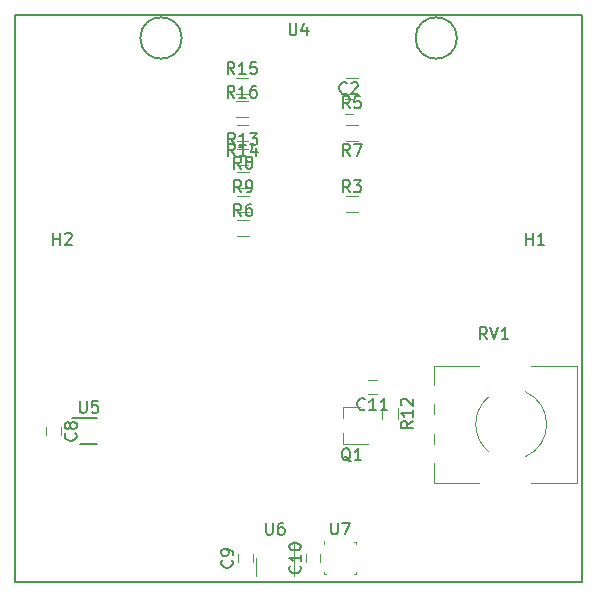
<source format=gbr>
G04 #@! TF.GenerationSoftware,KiCad,Pcbnew,6.0.0-rc1-unknown-59b0f55~66~ubuntu18.04.1*
G04 #@! TF.CreationDate,2018-12-02T19:59:02+01:00
G04 #@! TF.ProjectId,RoomUnit,526f6f6d-556e-4697-942e-6b696361645f,rev?*
G04 #@! TF.SameCoordinates,Original*
G04 #@! TF.FileFunction,Legend,Top*
G04 #@! TF.FilePolarity,Positive*
%FSLAX46Y46*%
G04 Gerber Fmt 4.6, Leading zero omitted, Abs format (unit mm)*
G04 Created by KiCad (PCBNEW 6.0.0-rc1-unknown-59b0f55~66~ubuntu18.04.1) date So 02 Dez 2018 19:59:02 CET*
%MOMM*%
%LPD*%
G01*
G04 APERTURE LIST*
%ADD10C,0.150000*%
%ADD11C,0.120000*%
%ADD12C,0.100000*%
G04 APERTURE END LIST*
D10*
X174000000Y-76000000D02*
X174000000Y-124000000D01*
X126000000Y-124000000D02*
X126000000Y-76000000D01*
X174000000Y-124000000D02*
X126000000Y-124000000D01*
X126000000Y-76000000D02*
X174000000Y-76000000D01*
D11*
G04 #@! TO.C,R16*
X145700000Y-84680000D02*
X144700000Y-84680000D01*
X144700000Y-83320000D02*
X145700000Y-83320000D01*
G04 #@! TO.C,R15*
X145700000Y-82680000D02*
X144700000Y-82680000D01*
X144700000Y-81320000D02*
X145700000Y-81320000D01*
G04 #@! TO.C,R14*
X144750000Y-85320000D02*
X145750000Y-85320000D01*
X145750000Y-86680000D02*
X144750000Y-86680000D01*
G04 #@! TO.C,R13*
X145750000Y-88680000D02*
X144750000Y-88680000D01*
X144750000Y-87320000D02*
X145750000Y-87320000D01*
G04 #@! TO.C,C11*
X155900000Y-106900000D02*
X156600000Y-106900000D01*
X156600000Y-108100000D02*
X155900000Y-108100000D01*
D10*
G04 #@! TO.C,U4*
X163400000Y-77950000D02*
G75*
G03X163400000Y-77950000I-1750000J0D01*
G01*
X140100000Y-77950000D02*
G75*
G03X140100000Y-77950000I-1750000J0D01*
G01*
D12*
G04 #@! TO.C,U7*
X152150000Y-123360000D02*
X152300000Y-123360000D01*
X152150000Y-123350000D02*
X152150000Y-123200000D01*
X154850000Y-123350000D02*
X154850000Y-123200000D01*
X154850000Y-123350000D02*
X154700000Y-123350000D01*
X154700000Y-120650000D02*
X154850000Y-120650000D01*
X154850000Y-120650000D02*
X154850000Y-120800000D01*
X152150000Y-120800000D02*
X152150000Y-120550000D01*
D11*
G04 #@! TO.C,U6*
X149610000Y-120500000D02*
X149610000Y-123500000D01*
X146390000Y-122000000D02*
X146390000Y-123500000D01*
D10*
G04 #@! TO.C,U5*
X131525000Y-112350000D02*
X132975000Y-112350000D01*
X130800000Y-110150000D02*
X132975000Y-110150000D01*
D11*
G04 #@! TO.C,RV1*
X169171982Y-107887568D02*
G75*
G02X169173000Y-113412000I-1171982J-2762432D01*
G01*
X166071705Y-112947753D02*
G75*
G02X166072000Y-108352000I1928295J2297753D01*
G01*
X161440000Y-105689000D02*
X165306000Y-105689000D01*
X169695000Y-105689000D02*
X173560000Y-105689000D01*
X161440000Y-115610000D02*
X165306000Y-115610000D01*
X169695000Y-115610000D02*
X173560000Y-115610000D01*
X161440000Y-105689000D02*
X161440000Y-107325000D01*
X161440000Y-108975000D02*
X161440000Y-109825000D01*
X161440000Y-111475000D02*
X161440000Y-112325000D01*
X161440000Y-113975000D02*
X161440000Y-115610000D01*
X173560000Y-105689000D02*
X173560000Y-115610000D01*
G04 #@! TO.C,R12*
X157070000Y-110250000D02*
X157070000Y-109250000D01*
X158430000Y-109250000D02*
X158430000Y-110250000D01*
G04 #@! TO.C,R9*
X145800000Y-92680000D02*
X144800000Y-92680000D01*
X144800000Y-91320000D02*
X145800000Y-91320000D01*
G04 #@! TO.C,R8*
X145800000Y-90680000D02*
X144800000Y-90680000D01*
X144800000Y-89320000D02*
X145800000Y-89320000D01*
G04 #@! TO.C,R7*
X154000000Y-85320000D02*
X155000000Y-85320000D01*
X155000000Y-86680000D02*
X154000000Y-86680000D01*
G04 #@! TO.C,R6*
X145800000Y-94680000D02*
X144800000Y-94680000D01*
X144800000Y-93320000D02*
X145800000Y-93320000D01*
G04 #@! TO.C,R5*
X154000000Y-81320000D02*
X155000000Y-81320000D01*
X155000000Y-82680000D02*
X154000000Y-82680000D01*
G04 #@! TO.C,R3*
X155000000Y-92680000D02*
X154000000Y-92680000D01*
X154000000Y-91320000D02*
X155000000Y-91320000D01*
G04 #@! TO.C,Q1*
X153740000Y-109170000D02*
X153740000Y-110100000D01*
X153740000Y-112330000D02*
X153740000Y-111400000D01*
X153740000Y-112330000D02*
X155900000Y-112330000D01*
X153740000Y-109170000D02*
X155200000Y-109170000D01*
G04 #@! TO.C,C10*
X151850000Y-121650000D02*
X151850000Y-122350000D01*
X150650000Y-122350000D02*
X150650000Y-121650000D01*
G04 #@! TO.C,C9*
X146100000Y-121650000D02*
X146100000Y-122350000D01*
X144900000Y-122350000D02*
X144900000Y-121650000D01*
G04 #@! TO.C,C8*
X128650000Y-111600000D02*
X128650000Y-110900000D01*
X129850000Y-110900000D02*
X129850000Y-111600000D01*
G04 #@! TO.C,C2*
X154600000Y-84350000D02*
X153900000Y-84350000D01*
X153900000Y-83150000D02*
X154600000Y-83150000D01*
G04 #@! TO.C,R16*
D10*
X144557142Y-83002380D02*
X144223809Y-82526190D01*
X143985714Y-83002380D02*
X143985714Y-82002380D01*
X144366666Y-82002380D01*
X144461904Y-82050000D01*
X144509523Y-82097619D01*
X144557142Y-82192857D01*
X144557142Y-82335714D01*
X144509523Y-82430952D01*
X144461904Y-82478571D01*
X144366666Y-82526190D01*
X143985714Y-82526190D01*
X145509523Y-83002380D02*
X144938095Y-83002380D01*
X145223809Y-83002380D02*
X145223809Y-82002380D01*
X145128571Y-82145238D01*
X145033333Y-82240476D01*
X144938095Y-82288095D01*
X146366666Y-82002380D02*
X146176190Y-82002380D01*
X146080952Y-82050000D01*
X146033333Y-82097619D01*
X145938095Y-82240476D01*
X145890476Y-82430952D01*
X145890476Y-82811904D01*
X145938095Y-82907142D01*
X145985714Y-82954761D01*
X146080952Y-83002380D01*
X146271428Y-83002380D01*
X146366666Y-82954761D01*
X146414285Y-82907142D01*
X146461904Y-82811904D01*
X146461904Y-82573809D01*
X146414285Y-82478571D01*
X146366666Y-82430952D01*
X146271428Y-82383333D01*
X146080952Y-82383333D01*
X145985714Y-82430952D01*
X145938095Y-82478571D01*
X145890476Y-82573809D01*
G04 #@! TO.C,R15*
X144557142Y-81002380D02*
X144223809Y-80526190D01*
X143985714Y-81002380D02*
X143985714Y-80002380D01*
X144366666Y-80002380D01*
X144461904Y-80050000D01*
X144509523Y-80097619D01*
X144557142Y-80192857D01*
X144557142Y-80335714D01*
X144509523Y-80430952D01*
X144461904Y-80478571D01*
X144366666Y-80526190D01*
X143985714Y-80526190D01*
X145509523Y-81002380D02*
X144938095Y-81002380D01*
X145223809Y-81002380D02*
X145223809Y-80002380D01*
X145128571Y-80145238D01*
X145033333Y-80240476D01*
X144938095Y-80288095D01*
X146414285Y-80002380D02*
X145938095Y-80002380D01*
X145890476Y-80478571D01*
X145938095Y-80430952D01*
X146033333Y-80383333D01*
X146271428Y-80383333D01*
X146366666Y-80430952D01*
X146414285Y-80478571D01*
X146461904Y-80573809D01*
X146461904Y-80811904D01*
X146414285Y-80907142D01*
X146366666Y-80954761D01*
X146271428Y-81002380D01*
X146033333Y-81002380D01*
X145938095Y-80954761D01*
X145890476Y-80907142D01*
G04 #@! TO.C,H1*
X169238095Y-95452380D02*
X169238095Y-94452380D01*
X169238095Y-94928571D02*
X169809523Y-94928571D01*
X169809523Y-95452380D02*
X169809523Y-94452380D01*
X170809523Y-95452380D02*
X170238095Y-95452380D01*
X170523809Y-95452380D02*
X170523809Y-94452380D01*
X170428571Y-94595238D01*
X170333333Y-94690476D01*
X170238095Y-94738095D01*
G04 #@! TO.C,H2*
X129238095Y-95452380D02*
X129238095Y-94452380D01*
X129238095Y-94928571D02*
X129809523Y-94928571D01*
X129809523Y-95452380D02*
X129809523Y-94452380D01*
X130238095Y-94547619D02*
X130285714Y-94500000D01*
X130380952Y-94452380D01*
X130619047Y-94452380D01*
X130714285Y-94500000D01*
X130761904Y-94547619D01*
X130809523Y-94642857D01*
X130809523Y-94738095D01*
X130761904Y-94880952D01*
X130190476Y-95452380D01*
X130809523Y-95452380D01*
G04 #@! TO.C,R14*
X144607142Y-87902380D02*
X144273809Y-87426190D01*
X144035714Y-87902380D02*
X144035714Y-86902380D01*
X144416666Y-86902380D01*
X144511904Y-86950000D01*
X144559523Y-86997619D01*
X144607142Y-87092857D01*
X144607142Y-87235714D01*
X144559523Y-87330952D01*
X144511904Y-87378571D01*
X144416666Y-87426190D01*
X144035714Y-87426190D01*
X145559523Y-87902380D02*
X144988095Y-87902380D01*
X145273809Y-87902380D02*
X145273809Y-86902380D01*
X145178571Y-87045238D01*
X145083333Y-87140476D01*
X144988095Y-87188095D01*
X146416666Y-87235714D02*
X146416666Y-87902380D01*
X146178571Y-86854761D02*
X145940476Y-87569047D01*
X146559523Y-87569047D01*
G04 #@! TO.C,R13*
X144607142Y-87002380D02*
X144273809Y-86526190D01*
X144035714Y-87002380D02*
X144035714Y-86002380D01*
X144416666Y-86002380D01*
X144511904Y-86050000D01*
X144559523Y-86097619D01*
X144607142Y-86192857D01*
X144607142Y-86335714D01*
X144559523Y-86430952D01*
X144511904Y-86478571D01*
X144416666Y-86526190D01*
X144035714Y-86526190D01*
X145559523Y-87002380D02*
X144988095Y-87002380D01*
X145273809Y-87002380D02*
X145273809Y-86002380D01*
X145178571Y-86145238D01*
X145083333Y-86240476D01*
X144988095Y-86288095D01*
X145892857Y-86002380D02*
X146511904Y-86002380D01*
X146178571Y-86383333D01*
X146321428Y-86383333D01*
X146416666Y-86430952D01*
X146464285Y-86478571D01*
X146511904Y-86573809D01*
X146511904Y-86811904D01*
X146464285Y-86907142D01*
X146416666Y-86954761D01*
X146321428Y-87002380D01*
X146035714Y-87002380D01*
X145940476Y-86954761D01*
X145892857Y-86907142D01*
G04 #@! TO.C,C11*
X155607142Y-109357142D02*
X155559523Y-109404761D01*
X155416666Y-109452380D01*
X155321428Y-109452380D01*
X155178571Y-109404761D01*
X155083333Y-109309523D01*
X155035714Y-109214285D01*
X154988095Y-109023809D01*
X154988095Y-108880952D01*
X155035714Y-108690476D01*
X155083333Y-108595238D01*
X155178571Y-108500000D01*
X155321428Y-108452380D01*
X155416666Y-108452380D01*
X155559523Y-108500000D01*
X155607142Y-108547619D01*
X156559523Y-109452380D02*
X155988095Y-109452380D01*
X156273809Y-109452380D02*
X156273809Y-108452380D01*
X156178571Y-108595238D01*
X156083333Y-108690476D01*
X155988095Y-108738095D01*
X157511904Y-109452380D02*
X156940476Y-109452380D01*
X157226190Y-109452380D02*
X157226190Y-108452380D01*
X157130952Y-108595238D01*
X157035714Y-108690476D01*
X156940476Y-108738095D01*
G04 #@! TO.C,U4*
X149238095Y-76702380D02*
X149238095Y-77511904D01*
X149285714Y-77607142D01*
X149333333Y-77654761D01*
X149428571Y-77702380D01*
X149619047Y-77702380D01*
X149714285Y-77654761D01*
X149761904Y-77607142D01*
X149809523Y-77511904D01*
X149809523Y-76702380D01*
X150714285Y-77035714D02*
X150714285Y-77702380D01*
X150476190Y-76654761D02*
X150238095Y-77369047D01*
X150857142Y-77369047D01*
G04 #@! TO.C,U7*
X152753095Y-118987380D02*
X152753095Y-119796904D01*
X152800714Y-119892142D01*
X152848333Y-119939761D01*
X152943571Y-119987380D01*
X153134047Y-119987380D01*
X153229285Y-119939761D01*
X153276904Y-119892142D01*
X153324523Y-119796904D01*
X153324523Y-118987380D01*
X153705476Y-118987380D02*
X154372142Y-118987380D01*
X153943571Y-119987380D01*
G04 #@! TO.C,U6*
X147238095Y-119002380D02*
X147238095Y-119811904D01*
X147285714Y-119907142D01*
X147333333Y-119954761D01*
X147428571Y-120002380D01*
X147619047Y-120002380D01*
X147714285Y-119954761D01*
X147761904Y-119907142D01*
X147809523Y-119811904D01*
X147809523Y-119002380D01*
X148714285Y-119002380D02*
X148523809Y-119002380D01*
X148428571Y-119050000D01*
X148380952Y-119097619D01*
X148285714Y-119240476D01*
X148238095Y-119430952D01*
X148238095Y-119811904D01*
X148285714Y-119907142D01*
X148333333Y-119954761D01*
X148428571Y-120002380D01*
X148619047Y-120002380D01*
X148714285Y-119954761D01*
X148761904Y-119907142D01*
X148809523Y-119811904D01*
X148809523Y-119573809D01*
X148761904Y-119478571D01*
X148714285Y-119430952D01*
X148619047Y-119383333D01*
X148428571Y-119383333D01*
X148333333Y-119430952D01*
X148285714Y-119478571D01*
X148238095Y-119573809D01*
G04 #@! TO.C,U5*
X131488095Y-108677380D02*
X131488095Y-109486904D01*
X131535714Y-109582142D01*
X131583333Y-109629761D01*
X131678571Y-109677380D01*
X131869047Y-109677380D01*
X131964285Y-109629761D01*
X132011904Y-109582142D01*
X132059523Y-109486904D01*
X132059523Y-108677380D01*
X133011904Y-108677380D02*
X132535714Y-108677380D01*
X132488095Y-109153571D01*
X132535714Y-109105952D01*
X132630952Y-109058333D01*
X132869047Y-109058333D01*
X132964285Y-109105952D01*
X133011904Y-109153571D01*
X133059523Y-109248809D01*
X133059523Y-109486904D01*
X133011904Y-109582142D01*
X132964285Y-109629761D01*
X132869047Y-109677380D01*
X132630952Y-109677380D01*
X132535714Y-109629761D01*
X132488095Y-109582142D01*
G04 #@! TO.C,RV1*
X165954761Y-103452380D02*
X165621428Y-102976190D01*
X165383333Y-103452380D02*
X165383333Y-102452380D01*
X165764285Y-102452380D01*
X165859523Y-102500000D01*
X165907142Y-102547619D01*
X165954761Y-102642857D01*
X165954761Y-102785714D01*
X165907142Y-102880952D01*
X165859523Y-102928571D01*
X165764285Y-102976190D01*
X165383333Y-102976190D01*
X166240476Y-102452380D02*
X166573809Y-103452380D01*
X166907142Y-102452380D01*
X167764285Y-103452380D02*
X167192857Y-103452380D01*
X167478571Y-103452380D02*
X167478571Y-102452380D01*
X167383333Y-102595238D01*
X167288095Y-102690476D01*
X167192857Y-102738095D01*
G04 #@! TO.C,R12*
X159652380Y-110392857D02*
X159176190Y-110726190D01*
X159652380Y-110964285D02*
X158652380Y-110964285D01*
X158652380Y-110583333D01*
X158700000Y-110488095D01*
X158747619Y-110440476D01*
X158842857Y-110392857D01*
X158985714Y-110392857D01*
X159080952Y-110440476D01*
X159128571Y-110488095D01*
X159176190Y-110583333D01*
X159176190Y-110964285D01*
X159652380Y-109440476D02*
X159652380Y-110011904D01*
X159652380Y-109726190D02*
X158652380Y-109726190D01*
X158795238Y-109821428D01*
X158890476Y-109916666D01*
X158938095Y-110011904D01*
X158747619Y-109059523D02*
X158700000Y-109011904D01*
X158652380Y-108916666D01*
X158652380Y-108678571D01*
X158700000Y-108583333D01*
X158747619Y-108535714D01*
X158842857Y-108488095D01*
X158938095Y-108488095D01*
X159080952Y-108535714D01*
X159652380Y-109107142D01*
X159652380Y-108488095D01*
G04 #@! TO.C,R9*
X145133333Y-91002380D02*
X144800000Y-90526190D01*
X144561904Y-91002380D02*
X144561904Y-90002380D01*
X144942857Y-90002380D01*
X145038095Y-90050000D01*
X145085714Y-90097619D01*
X145133333Y-90192857D01*
X145133333Y-90335714D01*
X145085714Y-90430952D01*
X145038095Y-90478571D01*
X144942857Y-90526190D01*
X144561904Y-90526190D01*
X145609523Y-91002380D02*
X145800000Y-91002380D01*
X145895238Y-90954761D01*
X145942857Y-90907142D01*
X146038095Y-90764285D01*
X146085714Y-90573809D01*
X146085714Y-90192857D01*
X146038095Y-90097619D01*
X145990476Y-90050000D01*
X145895238Y-90002380D01*
X145704761Y-90002380D01*
X145609523Y-90050000D01*
X145561904Y-90097619D01*
X145514285Y-90192857D01*
X145514285Y-90430952D01*
X145561904Y-90526190D01*
X145609523Y-90573809D01*
X145704761Y-90621428D01*
X145895238Y-90621428D01*
X145990476Y-90573809D01*
X146038095Y-90526190D01*
X146085714Y-90430952D01*
G04 #@! TO.C,R8*
X145133333Y-89002380D02*
X144800000Y-88526190D01*
X144561904Y-89002380D02*
X144561904Y-88002380D01*
X144942857Y-88002380D01*
X145038095Y-88050000D01*
X145085714Y-88097619D01*
X145133333Y-88192857D01*
X145133333Y-88335714D01*
X145085714Y-88430952D01*
X145038095Y-88478571D01*
X144942857Y-88526190D01*
X144561904Y-88526190D01*
X145704761Y-88430952D02*
X145609523Y-88383333D01*
X145561904Y-88335714D01*
X145514285Y-88240476D01*
X145514285Y-88192857D01*
X145561904Y-88097619D01*
X145609523Y-88050000D01*
X145704761Y-88002380D01*
X145895238Y-88002380D01*
X145990476Y-88050000D01*
X146038095Y-88097619D01*
X146085714Y-88192857D01*
X146085714Y-88240476D01*
X146038095Y-88335714D01*
X145990476Y-88383333D01*
X145895238Y-88430952D01*
X145704761Y-88430952D01*
X145609523Y-88478571D01*
X145561904Y-88526190D01*
X145514285Y-88621428D01*
X145514285Y-88811904D01*
X145561904Y-88907142D01*
X145609523Y-88954761D01*
X145704761Y-89002380D01*
X145895238Y-89002380D01*
X145990476Y-88954761D01*
X146038095Y-88907142D01*
X146085714Y-88811904D01*
X146085714Y-88621428D01*
X146038095Y-88526190D01*
X145990476Y-88478571D01*
X145895238Y-88430952D01*
G04 #@! TO.C,R7*
X154333333Y-87902380D02*
X154000000Y-87426190D01*
X153761904Y-87902380D02*
X153761904Y-86902380D01*
X154142857Y-86902380D01*
X154238095Y-86950000D01*
X154285714Y-86997619D01*
X154333333Y-87092857D01*
X154333333Y-87235714D01*
X154285714Y-87330952D01*
X154238095Y-87378571D01*
X154142857Y-87426190D01*
X153761904Y-87426190D01*
X154666666Y-86902380D02*
X155333333Y-86902380D01*
X154904761Y-87902380D01*
G04 #@! TO.C,R6*
X145133333Y-93002380D02*
X144800000Y-92526190D01*
X144561904Y-93002380D02*
X144561904Y-92002380D01*
X144942857Y-92002380D01*
X145038095Y-92050000D01*
X145085714Y-92097619D01*
X145133333Y-92192857D01*
X145133333Y-92335714D01*
X145085714Y-92430952D01*
X145038095Y-92478571D01*
X144942857Y-92526190D01*
X144561904Y-92526190D01*
X145990476Y-92002380D02*
X145800000Y-92002380D01*
X145704761Y-92050000D01*
X145657142Y-92097619D01*
X145561904Y-92240476D01*
X145514285Y-92430952D01*
X145514285Y-92811904D01*
X145561904Y-92907142D01*
X145609523Y-92954761D01*
X145704761Y-93002380D01*
X145895238Y-93002380D01*
X145990476Y-92954761D01*
X146038095Y-92907142D01*
X146085714Y-92811904D01*
X146085714Y-92573809D01*
X146038095Y-92478571D01*
X145990476Y-92430952D01*
X145895238Y-92383333D01*
X145704761Y-92383333D01*
X145609523Y-92430952D01*
X145561904Y-92478571D01*
X145514285Y-92573809D01*
G04 #@! TO.C,R5*
X154333333Y-83902380D02*
X154000000Y-83426190D01*
X153761904Y-83902380D02*
X153761904Y-82902380D01*
X154142857Y-82902380D01*
X154238095Y-82950000D01*
X154285714Y-82997619D01*
X154333333Y-83092857D01*
X154333333Y-83235714D01*
X154285714Y-83330952D01*
X154238095Y-83378571D01*
X154142857Y-83426190D01*
X153761904Y-83426190D01*
X155238095Y-82902380D02*
X154761904Y-82902380D01*
X154714285Y-83378571D01*
X154761904Y-83330952D01*
X154857142Y-83283333D01*
X155095238Y-83283333D01*
X155190476Y-83330952D01*
X155238095Y-83378571D01*
X155285714Y-83473809D01*
X155285714Y-83711904D01*
X155238095Y-83807142D01*
X155190476Y-83854761D01*
X155095238Y-83902380D01*
X154857142Y-83902380D01*
X154761904Y-83854761D01*
X154714285Y-83807142D01*
G04 #@! TO.C,R3*
X154333333Y-91002380D02*
X154000000Y-90526190D01*
X153761904Y-91002380D02*
X153761904Y-90002380D01*
X154142857Y-90002380D01*
X154238095Y-90050000D01*
X154285714Y-90097619D01*
X154333333Y-90192857D01*
X154333333Y-90335714D01*
X154285714Y-90430952D01*
X154238095Y-90478571D01*
X154142857Y-90526190D01*
X153761904Y-90526190D01*
X154666666Y-90002380D02*
X155285714Y-90002380D01*
X154952380Y-90383333D01*
X155095238Y-90383333D01*
X155190476Y-90430952D01*
X155238095Y-90478571D01*
X155285714Y-90573809D01*
X155285714Y-90811904D01*
X155238095Y-90907142D01*
X155190476Y-90954761D01*
X155095238Y-91002380D01*
X154809523Y-91002380D01*
X154714285Y-90954761D01*
X154666666Y-90907142D01*
G04 #@! TO.C,Q1*
X154404761Y-113797619D02*
X154309523Y-113750000D01*
X154214285Y-113654761D01*
X154071428Y-113511904D01*
X153976190Y-113464285D01*
X153880952Y-113464285D01*
X153928571Y-113702380D02*
X153833333Y-113654761D01*
X153738095Y-113559523D01*
X153690476Y-113369047D01*
X153690476Y-113035714D01*
X153738095Y-112845238D01*
X153833333Y-112750000D01*
X153928571Y-112702380D01*
X154119047Y-112702380D01*
X154214285Y-112750000D01*
X154309523Y-112845238D01*
X154357142Y-113035714D01*
X154357142Y-113369047D01*
X154309523Y-113559523D01*
X154214285Y-113654761D01*
X154119047Y-113702380D01*
X153928571Y-113702380D01*
X155309523Y-113702380D02*
X154738095Y-113702380D01*
X155023809Y-113702380D02*
X155023809Y-112702380D01*
X154928571Y-112845238D01*
X154833333Y-112940476D01*
X154738095Y-112988095D01*
G04 #@! TO.C,C10*
X150107142Y-122642857D02*
X150154761Y-122690476D01*
X150202380Y-122833333D01*
X150202380Y-122928571D01*
X150154761Y-123071428D01*
X150059523Y-123166666D01*
X149964285Y-123214285D01*
X149773809Y-123261904D01*
X149630952Y-123261904D01*
X149440476Y-123214285D01*
X149345238Y-123166666D01*
X149250000Y-123071428D01*
X149202380Y-122928571D01*
X149202380Y-122833333D01*
X149250000Y-122690476D01*
X149297619Y-122642857D01*
X150202380Y-121690476D02*
X150202380Y-122261904D01*
X150202380Y-121976190D02*
X149202380Y-121976190D01*
X149345238Y-122071428D01*
X149440476Y-122166666D01*
X149488095Y-122261904D01*
X149202380Y-121071428D02*
X149202380Y-120976190D01*
X149250000Y-120880952D01*
X149297619Y-120833333D01*
X149392857Y-120785714D01*
X149583333Y-120738095D01*
X149821428Y-120738095D01*
X150011904Y-120785714D01*
X150107142Y-120833333D01*
X150154761Y-120880952D01*
X150202380Y-120976190D01*
X150202380Y-121071428D01*
X150154761Y-121166666D01*
X150107142Y-121214285D01*
X150011904Y-121261904D01*
X149821428Y-121309523D01*
X149583333Y-121309523D01*
X149392857Y-121261904D01*
X149297619Y-121214285D01*
X149250000Y-121166666D01*
X149202380Y-121071428D01*
G04 #@! TO.C,C9*
X144357142Y-122166666D02*
X144404761Y-122214285D01*
X144452380Y-122357142D01*
X144452380Y-122452380D01*
X144404761Y-122595238D01*
X144309523Y-122690476D01*
X144214285Y-122738095D01*
X144023809Y-122785714D01*
X143880952Y-122785714D01*
X143690476Y-122738095D01*
X143595238Y-122690476D01*
X143500000Y-122595238D01*
X143452380Y-122452380D01*
X143452380Y-122357142D01*
X143500000Y-122214285D01*
X143547619Y-122166666D01*
X144452380Y-121690476D02*
X144452380Y-121500000D01*
X144404761Y-121404761D01*
X144357142Y-121357142D01*
X144214285Y-121261904D01*
X144023809Y-121214285D01*
X143642857Y-121214285D01*
X143547619Y-121261904D01*
X143500000Y-121309523D01*
X143452380Y-121404761D01*
X143452380Y-121595238D01*
X143500000Y-121690476D01*
X143547619Y-121738095D01*
X143642857Y-121785714D01*
X143880952Y-121785714D01*
X143976190Y-121738095D01*
X144023809Y-121690476D01*
X144071428Y-121595238D01*
X144071428Y-121404761D01*
X144023809Y-121309523D01*
X143976190Y-121261904D01*
X143880952Y-121214285D01*
G04 #@! TO.C,C8*
X131107142Y-111416666D02*
X131154761Y-111464285D01*
X131202380Y-111607142D01*
X131202380Y-111702380D01*
X131154761Y-111845238D01*
X131059523Y-111940476D01*
X130964285Y-111988095D01*
X130773809Y-112035714D01*
X130630952Y-112035714D01*
X130440476Y-111988095D01*
X130345238Y-111940476D01*
X130250000Y-111845238D01*
X130202380Y-111702380D01*
X130202380Y-111607142D01*
X130250000Y-111464285D01*
X130297619Y-111416666D01*
X130630952Y-110845238D02*
X130583333Y-110940476D01*
X130535714Y-110988095D01*
X130440476Y-111035714D01*
X130392857Y-111035714D01*
X130297619Y-110988095D01*
X130250000Y-110940476D01*
X130202380Y-110845238D01*
X130202380Y-110654761D01*
X130250000Y-110559523D01*
X130297619Y-110511904D01*
X130392857Y-110464285D01*
X130440476Y-110464285D01*
X130535714Y-110511904D01*
X130583333Y-110559523D01*
X130630952Y-110654761D01*
X130630952Y-110845238D01*
X130678571Y-110940476D01*
X130726190Y-110988095D01*
X130821428Y-111035714D01*
X131011904Y-111035714D01*
X131107142Y-110988095D01*
X131154761Y-110940476D01*
X131202380Y-110845238D01*
X131202380Y-110654761D01*
X131154761Y-110559523D01*
X131107142Y-110511904D01*
X131011904Y-110464285D01*
X130821428Y-110464285D01*
X130726190Y-110511904D01*
X130678571Y-110559523D01*
X130630952Y-110654761D01*
G04 #@! TO.C,C2*
X154083333Y-82607142D02*
X154035714Y-82654761D01*
X153892857Y-82702380D01*
X153797619Y-82702380D01*
X153654761Y-82654761D01*
X153559523Y-82559523D01*
X153511904Y-82464285D01*
X153464285Y-82273809D01*
X153464285Y-82130952D01*
X153511904Y-81940476D01*
X153559523Y-81845238D01*
X153654761Y-81750000D01*
X153797619Y-81702380D01*
X153892857Y-81702380D01*
X154035714Y-81750000D01*
X154083333Y-81797619D01*
X154464285Y-81797619D02*
X154511904Y-81750000D01*
X154607142Y-81702380D01*
X154845238Y-81702380D01*
X154940476Y-81750000D01*
X154988095Y-81797619D01*
X155035714Y-81892857D01*
X155035714Y-81988095D01*
X154988095Y-82130952D01*
X154416666Y-82702380D01*
X155035714Y-82702380D01*
G04 #@! TD*
M02*

</source>
